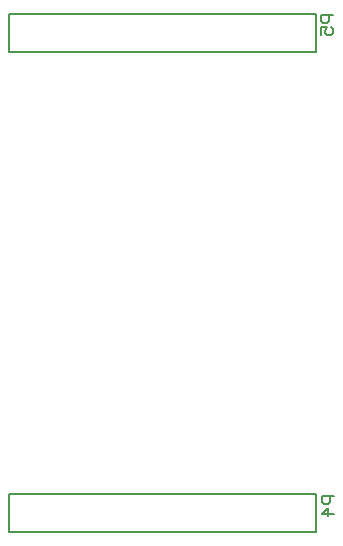
<source format=gbr>
%FSLAX43Y43*%
%MOMM*%
G71*
G01*
G75*
G04 Layer_Color=32896*
%ADD10C,0.600*%
%ADD11R,0.550X1.450*%
%ADD12R,1.000X1.000*%
%ADD13R,0.900X0.950*%
%ADD14R,0.900X0.950*%
%ADD15R,0.762X1.372*%
%ADD16R,1.372X0.762*%
%ADD17R,1.372X0.864*%
%ADD18R,0.864X1.372*%
%ADD19O,2.500X0.700*%
%ADD20R,2.032X2.032*%
%ADD21C,0.300*%
%ADD22C,0.200*%
%ADD23C,1.500*%
%ADD24C,1.400*%
%ADD25C,1.600*%
%ADD26C,1.800*%
%ADD27C,1.300*%
%ADD28R,1.500X1.500*%
%ADD29C,6.000*%
%ADD30C,0.800*%
%ADD31R,0.800X2.000*%
%ADD32C,0.250*%
%ADD33C,0.508*%
%ADD34C,0.100*%
%ADD35C,0.152*%
%ADD36C,0.018*%
%ADD37C,0.013*%
%ADD38C,0.254*%
%ADD39C,0.400*%
%ADD40C,0.150*%
%ADD41C,0.500*%
%ADD42R,28.300X4.300*%
%ADD43C,1.500*%
%ADD44R,0.753X1.653*%
%ADD45R,1.203X1.203*%
%ADD46R,1.103X1.153*%
%ADD47R,1.103X1.153*%
%ADD48R,0.965X1.575*%
%ADD49R,1.575X0.965*%
%ADD50R,1.575X1.067*%
%ADD51R,1.067X1.575*%
%ADD52O,2.703X0.903*%
%ADD53R,2.235X2.235*%
%ADD54C,1.703*%
%ADD55C,1.603*%
%ADD56C,1.803*%
%ADD57C,2.003*%
%ADD58C,1.503*%
%ADD59R,1.703X1.703*%
%ADD60C,6.203*%
%ADD61R,1.003X2.203*%
D22*
X-24100Y21920D02*
X-11100D01*
Y18720D02*
Y21920D01*
X-37100Y18720D02*
X-11100D01*
X-37100D02*
Y21920D01*
X-24100D01*
Y-18720D02*
X-11100D01*
Y-21920D02*
Y-18720D01*
X-37100Y-21920D02*
X-11100D01*
X-37100D02*
Y-18720D01*
X-24100D01*
X-9600Y-18900D02*
X-10600D01*
Y-19400D01*
X-10433Y-19566D01*
X-10100D01*
X-9933Y-19400D01*
Y-18900D01*
X-9600Y-20400D02*
X-10600D01*
X-10100Y-19900D01*
Y-20566D01*
X-9700Y21800D02*
X-10700D01*
Y21300D01*
X-10533Y21134D01*
X-10200D01*
X-10033Y21300D01*
Y21800D01*
X-10700Y20134D02*
Y20800D01*
X-10200D01*
X-10366Y20467D01*
Y20300D01*
X-10200Y20134D01*
X-9867D01*
X-9700Y20300D01*
Y20634D01*
X-9867Y20800D01*
M02*

</source>
